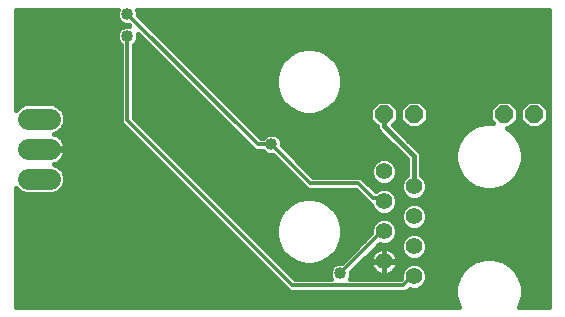
<source format=gbl>
G75*
%MOIN*%
%OFA0B0*%
%FSLAX24Y24*%
%IPPOS*%
%LPD*%
%AMOC8*
5,1,8,0,0,1.08239X$1,22.5*
%
%ADD10C,0.0554*%
%ADD11C,0.0709*%
%ADD12OC8,0.0594*%
%ADD13C,0.0160*%
%ADD14C,0.0400*%
%ADD15C,0.0140*%
D10*
X013083Y005833D03*
X014083Y005333D03*
X014083Y006333D03*
X013083Y006833D03*
X014083Y007333D03*
X013083Y007833D03*
X014083Y008333D03*
X013083Y008833D03*
D11*
X001938Y008583D02*
X001229Y008583D01*
X001229Y009583D02*
X001938Y009583D01*
X001938Y010583D02*
X001229Y010583D01*
D12*
X013083Y010733D03*
X014083Y010733D03*
X017083Y010733D03*
X018083Y010733D03*
D13*
X000813Y008272D02*
X000813Y004313D01*
X015590Y004313D01*
X015540Y004401D01*
X015463Y004686D01*
X015463Y004981D01*
X015540Y005266D01*
X015687Y005521D01*
X015896Y005730D01*
X016151Y005877D01*
X016436Y005953D01*
X016731Y005953D01*
X017016Y005877D01*
X017271Y005730D01*
X017480Y005521D01*
X017627Y005266D01*
X017703Y004981D01*
X017703Y004686D01*
X017627Y004401D01*
X017576Y004313D01*
X018595Y004313D01*
X018595Y014223D01*
X004865Y014223D01*
X004893Y014155D01*
X004893Y014049D01*
X008979Y009963D01*
X009054Y009963D01*
X009129Y010039D01*
X009262Y010093D01*
X009405Y010093D01*
X009537Y010039D01*
X009639Y009937D01*
X009693Y009805D01*
X009693Y009699D01*
X010729Y008663D01*
X012329Y008663D01*
X012812Y008180D01*
X012836Y008204D01*
X012996Y008270D01*
X013170Y008270D01*
X013331Y008204D01*
X013454Y008081D01*
X013520Y007920D01*
X013520Y007746D01*
X013454Y007586D01*
X013331Y007463D01*
X013170Y007396D01*
X012996Y007396D01*
X012836Y007463D01*
X012713Y007586D01*
X012664Y007703D01*
X012638Y007703D01*
X012503Y007838D01*
X012138Y008203D01*
X010538Y008203D01*
X010403Y008338D01*
X009368Y009373D01*
X009262Y009373D01*
X009129Y009428D01*
X009054Y009503D01*
X008788Y009503D01*
X008653Y009638D01*
X004893Y013398D01*
X004893Y013262D01*
X004839Y013129D01*
X004763Y013054D01*
X004763Y010629D01*
X010129Y005263D01*
X011314Y005263D01*
X011273Y005362D01*
X011273Y005505D01*
X011328Y005637D01*
X011429Y005739D01*
X011562Y005793D01*
X011668Y005793D01*
X012646Y006771D01*
X012646Y006920D01*
X012713Y007081D01*
X012836Y007204D01*
X012996Y007270D01*
X013170Y007270D01*
X013331Y007204D01*
X013454Y007081D01*
X013520Y006920D01*
X013520Y006746D01*
X013454Y006586D01*
X013331Y006463D01*
X013170Y006396D01*
X012996Y006396D01*
X012943Y006418D01*
X011993Y005468D01*
X011993Y005362D01*
X011953Y005263D01*
X013638Y005263D01*
X013646Y005271D01*
X013646Y005420D01*
X013713Y005581D01*
X013836Y005704D01*
X013996Y005770D01*
X014170Y005770D01*
X014331Y005704D01*
X014454Y005581D01*
X014520Y005420D01*
X014520Y005246D01*
X014454Y005086D01*
X014331Y004963D01*
X014170Y004896D01*
X013996Y004896D01*
X013943Y004918D01*
X013829Y004803D01*
X009938Y004803D01*
X004303Y010438D01*
X004303Y013054D01*
X004228Y013129D01*
X004173Y013262D01*
X004173Y013405D01*
X004228Y013537D01*
X004329Y013639D01*
X004462Y013693D01*
X004598Y013693D01*
X004568Y013723D01*
X004462Y013723D01*
X004329Y013778D01*
X004228Y013879D01*
X004173Y014012D01*
X004173Y014155D01*
X004202Y014223D01*
X000813Y014223D01*
X000813Y010895D01*
X000938Y011019D01*
X001127Y011098D01*
X002040Y011098D01*
X002229Y011019D01*
X002374Y010875D01*
X002452Y010686D01*
X002452Y010481D01*
X002374Y010292D01*
X002229Y010147D01*
X002098Y010093D01*
X002143Y010079D01*
X002218Y010040D01*
X002286Y009991D01*
X002345Y009931D01*
X002395Y009863D01*
X002433Y009788D01*
X002459Y009708D01*
X002472Y009625D01*
X002472Y009621D01*
X001621Y009621D01*
X001621Y009545D01*
X002472Y009545D01*
X002472Y009541D01*
X002459Y009458D01*
X002433Y009378D01*
X002395Y009303D01*
X002345Y009235D01*
X002286Y009176D01*
X002218Y009126D01*
X002143Y009088D01*
X002098Y009074D01*
X002229Y009019D01*
X002374Y008875D01*
X002452Y008686D01*
X002452Y008481D01*
X002374Y008292D01*
X002229Y008147D01*
X002040Y008069D01*
X001127Y008069D01*
X000938Y008147D01*
X000813Y008272D01*
X000813Y008271D02*
X000814Y008271D01*
X000813Y008113D02*
X001021Y008113D01*
X000813Y007954D02*
X006787Y007954D01*
X006946Y007796D02*
X000813Y007796D01*
X000813Y007637D02*
X007104Y007637D01*
X007263Y007479D02*
X000813Y007479D01*
X000813Y007320D02*
X007421Y007320D01*
X007580Y007162D02*
X000813Y007162D01*
X000813Y007003D02*
X007738Y007003D01*
X007897Y006845D02*
X000813Y006845D01*
X000813Y006686D02*
X008055Y006686D01*
X008214Y006528D02*
X000813Y006528D01*
X000813Y006369D02*
X008372Y006369D01*
X008531Y006211D02*
X000813Y006211D01*
X000813Y006052D02*
X008689Y006052D01*
X008848Y005894D02*
X000813Y005894D01*
X000813Y005735D02*
X009006Y005735D01*
X009165Y005577D02*
X000813Y005577D01*
X000813Y005418D02*
X009323Y005418D01*
X009482Y005260D02*
X000813Y005260D01*
X000813Y005101D02*
X009640Y005101D01*
X009799Y004943D02*
X000813Y004943D01*
X000813Y004784D02*
X015463Y004784D01*
X015463Y004943D02*
X014283Y004943D01*
X014460Y005101D02*
X015496Y005101D01*
X015538Y005260D02*
X014520Y005260D01*
X014520Y005418D02*
X015628Y005418D01*
X015743Y005577D02*
X014456Y005577D01*
X014255Y005735D02*
X015906Y005735D01*
X016214Y005894D02*
X013537Y005894D01*
X013540Y005869D02*
X013529Y005940D01*
X013507Y006009D01*
X013474Y006073D01*
X013432Y006131D01*
X013381Y006182D01*
X013323Y006224D01*
X013259Y006257D01*
X013190Y006279D01*
X013119Y006290D01*
X013092Y006290D01*
X013092Y005842D01*
X013075Y005842D01*
X013075Y006290D01*
X013047Y006290D01*
X012976Y006279D01*
X012908Y006257D01*
X012844Y006224D01*
X012786Y006182D01*
X012735Y006131D01*
X012692Y006073D01*
X012660Y006009D01*
X012637Y005940D01*
X012626Y005869D01*
X012626Y005842D01*
X013075Y005842D01*
X013075Y005825D01*
X012626Y005825D01*
X012626Y005797D01*
X012637Y005726D01*
X012660Y005658D01*
X012692Y005594D01*
X012735Y005536D01*
X012786Y005485D01*
X012844Y005442D01*
X012908Y005410D01*
X012976Y005387D01*
X013047Y005376D01*
X013075Y005376D01*
X013075Y005825D01*
X013092Y005825D01*
X013092Y005842D01*
X013540Y005842D01*
X013540Y005869D01*
X013540Y005825D02*
X013092Y005825D01*
X013092Y005376D01*
X013119Y005376D01*
X013190Y005387D01*
X013259Y005410D01*
X013323Y005442D01*
X013381Y005485D01*
X013432Y005536D01*
X013474Y005594D01*
X013507Y005658D01*
X013529Y005726D01*
X013540Y005797D01*
X013540Y005825D01*
X013531Y005735D02*
X013911Y005735D01*
X013996Y005896D02*
X013836Y005963D01*
X013713Y006086D01*
X013646Y006246D01*
X013646Y006420D01*
X013713Y006581D01*
X013836Y006704D01*
X013996Y006770D01*
X014170Y006770D01*
X014331Y006704D01*
X014454Y006581D01*
X014520Y006420D01*
X014520Y006246D01*
X014454Y006086D01*
X014331Y005963D01*
X014170Y005896D01*
X013996Y005896D01*
X013746Y006052D02*
X013485Y006052D01*
X013342Y006211D02*
X013661Y006211D01*
X013646Y006369D02*
X012895Y006369D01*
X012825Y006211D02*
X012736Y006211D01*
X012682Y006052D02*
X012578Y006052D01*
X012630Y005894D02*
X012419Y005894D01*
X012261Y005735D02*
X012636Y005735D01*
X012705Y005577D02*
X012102Y005577D01*
X011993Y005418D02*
X012891Y005418D01*
X013075Y005418D02*
X013092Y005418D01*
X013075Y005577D02*
X013092Y005577D01*
X013075Y005735D02*
X013092Y005735D01*
X013075Y005894D02*
X013092Y005894D01*
X013075Y006052D02*
X013092Y006052D01*
X013075Y006211D02*
X013092Y006211D01*
X013396Y006528D02*
X013691Y006528D01*
X013818Y006686D02*
X013496Y006686D01*
X013520Y006845D02*
X018595Y006845D01*
X018595Y007003D02*
X014372Y007003D01*
X014331Y006963D02*
X014170Y006896D01*
X013996Y006896D01*
X013836Y006963D01*
X013713Y007086D01*
X013646Y007246D01*
X013646Y007420D01*
X013713Y007581D01*
X013836Y007704D01*
X013996Y007770D01*
X014170Y007770D01*
X014331Y007704D01*
X014454Y007581D01*
X014520Y007420D01*
X014520Y007246D01*
X014454Y007086D01*
X014331Y006963D01*
X014485Y007162D02*
X018595Y007162D01*
X018595Y007320D02*
X014520Y007320D01*
X014496Y007479D02*
X018595Y007479D01*
X018595Y007637D02*
X014398Y007637D01*
X014311Y007954D02*
X018595Y007954D01*
X018595Y007796D02*
X013520Y007796D01*
X013506Y007954D02*
X013856Y007954D01*
X013836Y007963D02*
X013996Y007896D01*
X014170Y007896D01*
X014331Y007963D01*
X014454Y008086D01*
X014520Y008246D01*
X014520Y008420D01*
X014454Y008581D01*
X014331Y008704D01*
X014323Y008707D01*
X014323Y009381D01*
X014287Y009469D01*
X014219Y009537D01*
X013376Y010380D01*
X013540Y010544D01*
X013540Y010923D01*
X013273Y011190D01*
X012894Y011190D01*
X012626Y010923D01*
X012626Y010544D01*
X012843Y010327D01*
X012843Y010286D01*
X012880Y010197D01*
X013843Y009234D01*
X013843Y008707D01*
X013836Y008704D01*
X013713Y008581D01*
X013646Y008420D01*
X013646Y008246D01*
X013713Y008086D01*
X013836Y007963D01*
X013701Y008113D02*
X013422Y008113D01*
X013646Y008271D02*
X012721Y008271D01*
X012836Y008463D02*
X012996Y008396D01*
X013170Y008396D01*
X013331Y008463D01*
X013454Y008586D01*
X013520Y008746D01*
X013520Y008920D01*
X013454Y009081D01*
X013331Y009204D01*
X013170Y009270D01*
X012996Y009270D01*
X012836Y009204D01*
X012713Y009081D01*
X012646Y008920D01*
X012646Y008746D01*
X012713Y008586D01*
X012836Y008463D01*
X012915Y008430D02*
X012562Y008430D01*
X012712Y008588D02*
X012404Y008588D01*
X012646Y008747D02*
X010645Y008747D01*
X010487Y008905D02*
X012646Y008905D01*
X012706Y009064D02*
X010328Y009064D01*
X010170Y009222D02*
X012880Y009222D01*
X013287Y009222D02*
X013843Y009222D01*
X013843Y009064D02*
X013461Y009064D01*
X013520Y008905D02*
X013843Y008905D01*
X013843Y008747D02*
X013520Y008747D01*
X013455Y008588D02*
X013720Y008588D01*
X013650Y008430D02*
X013252Y008430D01*
X014083Y008333D02*
X014083Y009333D01*
X013083Y010333D01*
X013083Y010733D01*
X012626Y010807D02*
X011026Y010807D01*
X011012Y010799D02*
X011265Y010945D01*
X011472Y011152D01*
X011618Y011405D01*
X011693Y011687D01*
X011693Y011979D01*
X011618Y012262D01*
X011472Y012515D01*
X011265Y012722D01*
X011012Y012868D01*
X010729Y012943D01*
X010437Y012943D01*
X010155Y012868D01*
X009902Y012722D01*
X009695Y012515D01*
X009549Y012262D01*
X009473Y011979D01*
X009473Y011687D01*
X009549Y011405D01*
X009695Y011152D01*
X009902Y010945D01*
X010155Y010799D01*
X010437Y010723D01*
X010729Y010723D01*
X011012Y010799D01*
X011286Y010966D02*
X012670Y010966D01*
X012828Y011124D02*
X011444Y011124D01*
X011547Y011283D02*
X018595Y011283D01*
X018595Y011441D02*
X011627Y011441D01*
X011670Y011600D02*
X018595Y011600D01*
X018595Y011758D02*
X011693Y011758D01*
X011693Y011917D02*
X018595Y011917D01*
X018595Y012075D02*
X011668Y012075D01*
X011625Y012234D02*
X018595Y012234D01*
X018595Y012392D02*
X011542Y012392D01*
X011436Y012551D02*
X018595Y012551D01*
X018595Y012709D02*
X011277Y012709D01*
X011011Y012868D02*
X018595Y012868D01*
X018595Y013026D02*
X005916Y013026D01*
X006074Y012868D02*
X010155Y012868D01*
X009890Y012709D02*
X006233Y012709D01*
X006391Y012551D02*
X009731Y012551D01*
X009624Y012392D02*
X006550Y012392D01*
X006708Y012234D02*
X009541Y012234D01*
X009499Y012075D02*
X006867Y012075D01*
X007025Y011917D02*
X009473Y011917D01*
X009473Y011758D02*
X007184Y011758D01*
X007342Y011600D02*
X009497Y011600D01*
X009539Y011441D02*
X007501Y011441D01*
X007659Y011283D02*
X009619Y011283D01*
X009723Y011124D02*
X007818Y011124D01*
X007976Y010966D02*
X009881Y010966D01*
X010140Y010807D02*
X008135Y010807D01*
X008293Y010649D02*
X012626Y010649D01*
X012680Y010490D02*
X008452Y010490D01*
X008610Y010332D02*
X012839Y010332D01*
X012904Y010173D02*
X008769Y010173D01*
X008927Y010015D02*
X009106Y010015D01*
X009561Y010015D02*
X013062Y010015D01*
X013221Y009856D02*
X009672Y009856D01*
X009694Y009698D02*
X013379Y009698D01*
X013538Y009539D02*
X009853Y009539D01*
X010011Y009381D02*
X013696Y009381D01*
X014058Y009698D02*
X015521Y009698D01*
X015540Y009766D02*
X015463Y009481D01*
X015463Y009186D01*
X015540Y008901D01*
X015687Y008646D01*
X015896Y008437D01*
X016151Y008290D01*
X016436Y008213D01*
X016731Y008213D01*
X017016Y008290D01*
X017271Y008437D01*
X017480Y008646D01*
X017627Y008901D01*
X017703Y009186D01*
X017703Y009481D01*
X017627Y009766D01*
X017480Y010021D01*
X017271Y010230D01*
X017190Y010276D01*
X017273Y010276D01*
X017540Y010544D01*
X017540Y010923D01*
X017273Y011190D01*
X016894Y011190D01*
X016626Y010923D01*
X016626Y010544D01*
X016717Y010453D01*
X016436Y010453D01*
X016151Y010377D01*
X015896Y010230D01*
X015687Y010021D01*
X015540Y009766D01*
X015592Y009856D02*
X013900Y009856D01*
X013741Y010015D02*
X015684Y010015D01*
X015839Y010173D02*
X013583Y010173D01*
X013424Y010332D02*
X013839Y010332D01*
X013894Y010276D02*
X014273Y010276D01*
X014540Y010544D01*
X014540Y010923D01*
X014273Y011190D01*
X013894Y011190D01*
X013626Y010923D01*
X013626Y010544D01*
X013894Y010276D01*
X013680Y010490D02*
X013486Y010490D01*
X013540Y010649D02*
X013626Y010649D01*
X013626Y010807D02*
X013540Y010807D01*
X013497Y010966D02*
X013670Y010966D01*
X013828Y011124D02*
X013338Y011124D01*
X014338Y011124D02*
X016828Y011124D01*
X016670Y010966D02*
X014497Y010966D01*
X014540Y010807D02*
X016626Y010807D01*
X016626Y010649D02*
X014540Y010649D01*
X014486Y010490D02*
X016680Y010490D01*
X017328Y010332D02*
X017839Y010332D01*
X017894Y010276D02*
X018273Y010276D01*
X018540Y010544D01*
X018540Y010923D01*
X018273Y011190D01*
X017894Y011190D01*
X017626Y010923D01*
X017626Y010544D01*
X017894Y010276D01*
X017680Y010490D02*
X017486Y010490D01*
X017540Y010649D02*
X017626Y010649D01*
X017626Y010807D02*
X017540Y010807D01*
X017497Y010966D02*
X017670Y010966D01*
X017828Y011124D02*
X017338Y011124D01*
X018338Y011124D02*
X018595Y011124D01*
X018595Y010966D02*
X018497Y010966D01*
X018540Y010807D02*
X018595Y010807D01*
X018595Y010649D02*
X018540Y010649D01*
X018486Y010490D02*
X018595Y010490D01*
X018595Y010332D02*
X018328Y010332D01*
X018595Y010173D02*
X017327Y010173D01*
X017483Y010015D02*
X018595Y010015D01*
X018595Y009856D02*
X017575Y009856D01*
X017645Y009698D02*
X018595Y009698D01*
X018595Y009539D02*
X017688Y009539D01*
X017703Y009381D02*
X018595Y009381D01*
X018595Y009222D02*
X017703Y009222D01*
X017671Y009064D02*
X018595Y009064D01*
X018595Y008905D02*
X017628Y008905D01*
X017538Y008747D02*
X018595Y008747D01*
X018595Y008588D02*
X017422Y008588D01*
X017258Y008430D02*
X018595Y008430D01*
X018595Y008271D02*
X016947Y008271D01*
X016219Y008271D02*
X014520Y008271D01*
X014517Y008430D02*
X015908Y008430D01*
X015744Y008588D02*
X014447Y008588D01*
X014323Y008747D02*
X015629Y008747D01*
X015539Y008905D02*
X014323Y008905D01*
X014323Y009064D02*
X015496Y009064D01*
X015463Y009222D02*
X014323Y009222D01*
X014323Y009381D02*
X015463Y009381D01*
X015479Y009539D02*
X014217Y009539D01*
X014328Y010332D02*
X016073Y010332D01*
X014465Y008113D02*
X018595Y008113D01*
X018595Y006686D02*
X014349Y006686D01*
X014476Y006528D02*
X018595Y006528D01*
X018595Y006369D02*
X014520Y006369D01*
X014506Y006211D02*
X018595Y006211D01*
X018595Y006052D02*
X014421Y006052D01*
X013711Y005577D02*
X013462Y005577D01*
X013646Y005418D02*
X013276Y005418D01*
X012086Y006211D02*
X011506Y006211D01*
X011472Y006152D02*
X011618Y006405D01*
X011693Y006687D01*
X011693Y006979D01*
X011618Y007262D01*
X011472Y007515D01*
X011265Y007722D01*
X011012Y007868D01*
X010729Y007943D01*
X010437Y007943D01*
X010155Y007868D01*
X009902Y007722D01*
X009695Y007515D01*
X009549Y007262D01*
X009473Y006979D01*
X009473Y006687D01*
X009549Y006405D01*
X009695Y006152D01*
X009902Y005945D01*
X010155Y005799D01*
X010437Y005723D01*
X010729Y005723D01*
X011012Y005799D01*
X011265Y005945D01*
X011472Y006152D01*
X011372Y006052D02*
X011927Y006052D01*
X011769Y005894D02*
X011176Y005894D01*
X011426Y005735D02*
X010774Y005735D01*
X010392Y005735D02*
X009657Y005735D01*
X009815Y005577D02*
X011303Y005577D01*
X011273Y005418D02*
X009974Y005418D01*
X009991Y005894D02*
X009498Y005894D01*
X009340Y006052D02*
X009795Y006052D01*
X009661Y006211D02*
X009181Y006211D01*
X009023Y006369D02*
X009570Y006369D01*
X009516Y006528D02*
X008864Y006528D01*
X008706Y006686D02*
X009474Y006686D01*
X009473Y006845D02*
X008547Y006845D01*
X008389Y007003D02*
X009480Y007003D01*
X009522Y007162D02*
X008230Y007162D01*
X008072Y007320D02*
X009583Y007320D01*
X009674Y007479D02*
X007913Y007479D01*
X007755Y007637D02*
X009818Y007637D01*
X010030Y007796D02*
X007596Y007796D01*
X007438Y007954D02*
X012387Y007954D01*
X012546Y007796D02*
X011136Y007796D01*
X011349Y007637D02*
X012691Y007637D01*
X012820Y007479D02*
X011492Y007479D01*
X011584Y007320D02*
X013646Y007320D01*
X013670Y007479D02*
X013347Y007479D01*
X013475Y007637D02*
X013769Y007637D01*
X013681Y007162D02*
X013373Y007162D01*
X013486Y007003D02*
X013795Y007003D01*
X012794Y007162D02*
X011644Y007162D01*
X011687Y007003D02*
X012681Y007003D01*
X012646Y006845D02*
X011693Y006845D01*
X011693Y006686D02*
X012561Y006686D01*
X012403Y006528D02*
X011651Y006528D01*
X011597Y006369D02*
X012244Y006369D01*
X012229Y008113D02*
X007279Y008113D01*
X007121Y008271D02*
X010470Y008271D01*
X010312Y008430D02*
X006962Y008430D01*
X006804Y008588D02*
X010153Y008588D01*
X009995Y008747D02*
X006645Y008747D01*
X006487Y008905D02*
X009836Y008905D01*
X009678Y009064D02*
X006328Y009064D01*
X006170Y009222D02*
X009519Y009222D01*
X009244Y009381D02*
X006011Y009381D01*
X005853Y009539D02*
X008752Y009539D01*
X008594Y009698D02*
X005694Y009698D01*
X005536Y009856D02*
X008435Y009856D01*
X008277Y010015D02*
X005377Y010015D01*
X005219Y010173D02*
X008118Y010173D01*
X007960Y010332D02*
X005060Y010332D01*
X004902Y010490D02*
X007801Y010490D01*
X007643Y010649D02*
X004763Y010649D01*
X004763Y010807D02*
X007484Y010807D01*
X007326Y010966D02*
X004763Y010966D01*
X004763Y011124D02*
X007167Y011124D01*
X007009Y011283D02*
X004763Y011283D01*
X004763Y011441D02*
X006850Y011441D01*
X006692Y011600D02*
X004763Y011600D01*
X004763Y011758D02*
X006533Y011758D01*
X006375Y011917D02*
X004763Y011917D01*
X004763Y012075D02*
X006216Y012075D01*
X006058Y012234D02*
X004763Y012234D01*
X004763Y012392D02*
X005899Y012392D01*
X005741Y012551D02*
X004763Y012551D01*
X004763Y012709D02*
X005582Y012709D01*
X005424Y012868D02*
X004763Y012868D01*
X004763Y013026D02*
X005265Y013026D01*
X005107Y013185D02*
X004861Y013185D01*
X004893Y013343D02*
X004948Y013343D01*
X005282Y013660D02*
X018595Y013660D01*
X018595Y013502D02*
X005440Y013502D01*
X005599Y013343D02*
X018595Y013343D01*
X018595Y013185D02*
X005757Y013185D01*
X005123Y013819D02*
X018595Y013819D01*
X018595Y013977D02*
X004965Y013977D01*
X004893Y014136D02*
X018595Y014136D01*
X006629Y008113D02*
X002146Y008113D01*
X002353Y008271D02*
X006470Y008271D01*
X006312Y008430D02*
X002431Y008430D01*
X002452Y008588D02*
X006153Y008588D01*
X005995Y008747D02*
X002427Y008747D01*
X002343Y008905D02*
X005836Y008905D01*
X005678Y009064D02*
X002122Y009064D01*
X002332Y009222D02*
X005519Y009222D01*
X005361Y009381D02*
X002434Y009381D01*
X002472Y009539D02*
X005202Y009539D01*
X005044Y009698D02*
X002461Y009698D01*
X002398Y009856D02*
X004885Y009856D01*
X004727Y010015D02*
X002253Y010015D01*
X002255Y010173D02*
X004568Y010173D01*
X004410Y010332D02*
X002390Y010332D01*
X002452Y010490D02*
X004303Y010490D01*
X004303Y010649D02*
X002452Y010649D01*
X002402Y010807D02*
X004303Y010807D01*
X004303Y010966D02*
X002283Y010966D01*
X000884Y010966D02*
X000813Y010966D01*
X000813Y011124D02*
X004303Y011124D01*
X004303Y011283D02*
X000813Y011283D01*
X000813Y011441D02*
X004303Y011441D01*
X004303Y011600D02*
X000813Y011600D01*
X000813Y011758D02*
X004303Y011758D01*
X004303Y011917D02*
X000813Y011917D01*
X000813Y012075D02*
X004303Y012075D01*
X004303Y012234D02*
X000813Y012234D01*
X000813Y012392D02*
X004303Y012392D01*
X004303Y012551D02*
X000813Y012551D01*
X000813Y012709D02*
X004303Y012709D01*
X004303Y012868D02*
X000813Y012868D01*
X000813Y013026D02*
X004303Y013026D01*
X004205Y013185D02*
X000813Y013185D01*
X000813Y013343D02*
X004173Y013343D01*
X004213Y013502D02*
X000813Y013502D01*
X000813Y013660D02*
X004382Y013660D01*
X004289Y013819D02*
X000813Y013819D01*
X000813Y013977D02*
X004188Y013977D01*
X004173Y014136D02*
X000813Y014136D01*
X000813Y004626D02*
X015479Y004626D01*
X015522Y004467D02*
X000813Y004467D01*
X016953Y005894D02*
X018595Y005894D01*
X018595Y005735D02*
X017261Y005735D01*
X017424Y005577D02*
X018595Y005577D01*
X018595Y005418D02*
X017539Y005418D01*
X017629Y005260D02*
X018595Y005260D01*
X018595Y005101D02*
X017671Y005101D01*
X017703Y004943D02*
X018595Y004943D01*
X018595Y004784D02*
X017703Y004784D01*
X017687Y004626D02*
X018595Y004626D01*
X018595Y004467D02*
X017645Y004467D01*
D14*
X011633Y005433D03*
X007333Y005333D03*
X007833Y008833D03*
X009333Y009733D03*
X004533Y013333D03*
X004533Y014083D03*
X007583Y014083D03*
X001083Y011833D03*
X001583Y004833D03*
D15*
X008883Y009733D02*
X009333Y009733D01*
X010633Y008433D01*
X012233Y008433D01*
X012733Y007933D01*
X012933Y007933D01*
X013033Y007833D01*
X013083Y007833D01*
X013083Y006833D02*
X013033Y006833D01*
X011633Y005433D01*
X010033Y005033D02*
X004533Y010533D01*
X004533Y013333D01*
X004533Y014083D02*
X008883Y009733D01*
X013733Y005033D02*
X014033Y005333D01*
X014083Y005333D01*
X013733Y005033D02*
X010033Y005033D01*
M02*

</source>
